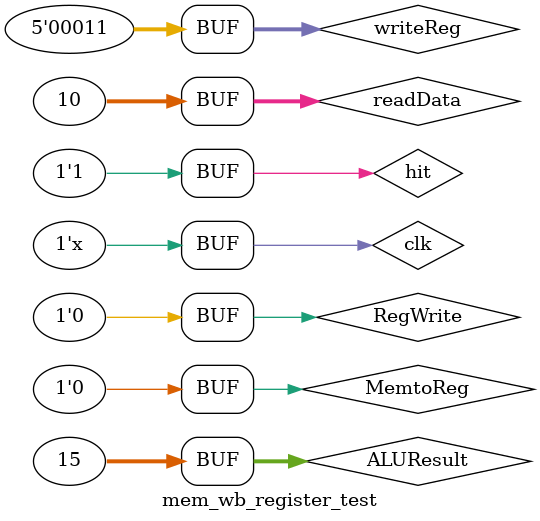
<source format=v>
`timescale 1ns / 1ps

module mem_wb_register_test;

	// Inputs
	reg clk;
	reg hit;
	reg [31:0] readData;
	reg [31:0] ALUResult;
	reg [4:0] writeReg;
	reg RegWrite;
	reg MemtoReg;

	// Outputs
	wire hitOut;
	wire [31:0] readDataOut;
	wire [31:0] ALUResultOut;
	wire [4:0] writeRegOut;
	wire RegWriteOut;
	wire [31:0] MemtoRegOut;

	// Instantiate the Unit Under Test (UUT)
	mem_wb_register uut (
		.clk(clk), 
		.hit(hit), 
		.readData(readData), 
		.ALUResult(ALUResult), 
		.writeReg(writeReg), 
		.RegWrite(RegWrite), 
		.MemtoReg(MemtoReg), 
		.hitOut(hitOut), 
		.readDataOut(readDataOut), 
		.ALUResultOut(ALUResultOut), 
		.writeRegOut(writeRegOut), 
		.RegWriteOut(RegWriteOut), 
		.MemtoRegOut(MemtoRegOut)
	);

	initial begin
	clk = 0;
	end
	always #5 clk = ~clk;
	
	initial begin
		// Initialize Inputs
		hit = 0;
		readData = 0;
		ALUResult = 0;
		writeReg = 0;
		RegWrite = 0;
		MemtoReg = 0;

		// Wait 100 ns for global reset to finish
		#100;
        
		// Add stimulus here
		
		hit = 1;
		readData = 10;
		ALUResult = 15;
		writeReg = 3;
		RegWrite = 0;
		MemtoReg = 0;

	end
      
endmodule


</source>
